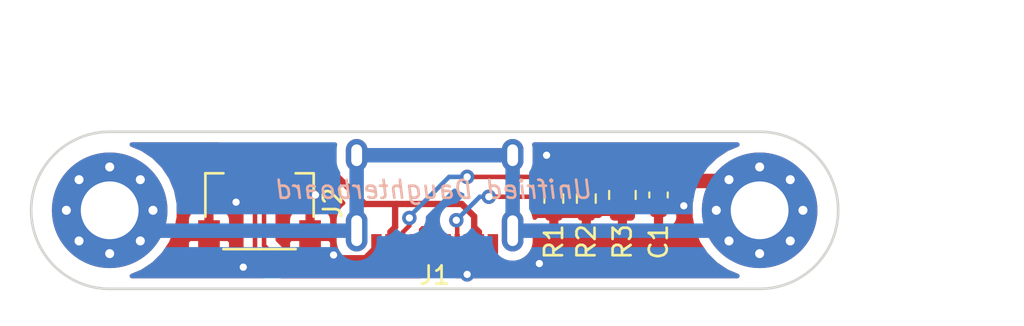
<source format=kicad_pcb>
(kicad_pcb (version 20171130) (host pcbnew 5.1.9)

  (general
    (thickness 1.6)
    (drawings 13)
    (tracks 86)
    (zones 0)
    (modules 8)
    (nets 10)
  )

  (page A4)
  (layers
    (0 F.Cu signal)
    (31 B.Cu signal)
    (32 B.Adhes user)
    (33 F.Adhes user)
    (34 B.Paste user)
    (35 F.Paste user)
    (36 B.SilkS user)
    (37 F.SilkS user)
    (38 B.Mask user)
    (39 F.Mask user)
    (40 Dwgs.User user)
    (41 Cmts.User user)
    (42 Eco1.User user)
    (43 Eco2.User user)
    (44 Edge.Cuts user)
    (45 Margin user)
    (46 B.CrtYd user)
    (47 F.CrtYd user)
    (48 B.Fab user)
    (49 F.Fab user)
  )

  (setup
    (last_trace_width 0.25)
    (user_trace_width 0.5)
    (trace_clearance 0.2)
    (zone_clearance 0.508)
    (zone_45_only no)
    (trace_min 0.2)
    (via_size 0.8)
    (via_drill 0.4)
    (via_min_size 0.4)
    (via_min_drill 0.3)
    (uvia_size 0.3)
    (uvia_drill 0.1)
    (uvias_allowed no)
    (uvia_min_size 0.2)
    (uvia_min_drill 0.1)
    (edge_width 0.15)
    (segment_width 0.0001)
    (pcb_text_width 0.3)
    (pcb_text_size 1.5 1.5)
    (mod_edge_width 0.15)
    (mod_text_size 1 1)
    (mod_text_width 0.15)
    (pad_size 1.2 1.8)
    (pad_drill 0)
    (pad_to_mask_clearance 0)
    (aux_axis_origin 0 0)
    (visible_elements 7FFFFFFF)
    (pcbplotparams
      (layerselection 0x010fc_ffffffff)
      (usegerberextensions true)
      (usegerberattributes false)
      (usegerberadvancedattributes false)
      (creategerberjobfile false)
      (excludeedgelayer true)
      (linewidth 0.100000)
      (plotframeref false)
      (viasonmask false)
      (mode 1)
      (useauxorigin false)
      (hpglpennumber 1)
      (hpglpenspeed 20)
      (hpglpendiameter 15.000000)
      (psnegative false)
      (psa4output false)
      (plotreference true)
      (plotvalue true)
      (plotinvisibletext false)
      (padsonsilk false)
      (subtractmaskfromsilk true)
      (outputformat 1)
      (mirror false)
      (drillshape 0)
      (scaleselection 1)
      (outputdirectory "gerbers"))
  )

  (net 0 "")
  (net 1 D+)
  (net 2 GND)
  (net 3 D-)
  (net 4 VCC)
  (net 5 "Net-(J1-Pad10)")
  (net 6 "Net-(J1-Pad4)")
  (net 7 "Net-(J1-Pad9)")
  (net 8 "Net-(J1-Pad3)")
  (net 9 SHIELD)

  (net_class Default "This is the default net class."
    (clearance 0.2)
    (trace_width 0.25)
    (via_dia 0.8)
    (via_drill 0.4)
    (uvia_dia 0.3)
    (uvia_drill 0.1)
    (diff_pair_width 0.25)
    (diff_pair_gap 0.25)
    (add_net D+)
    (add_net D-)
    (add_net "Net-(J1-Pad10)")
    (add_net "Net-(J1-Pad3)")
    (add_net "Net-(J1-Pad4)")
    (add_net "Net-(J1-Pad9)")
  )

  (net_class Power ""
    (clearance 0.2)
    (trace_width 0.35)
    (via_dia 0.8)
    (via_drill 0.4)
    (uvia_dia 0.3)
    (uvia_drill 0.1)
    (add_net GND)
    (add_net VCC)
  )

  (net_class Shield ""
    (clearance 0.2)
    (trace_width 0.8)
    (via_dia 0.8)
    (via_drill 0.4)
    (uvia_dia 0.3)
    (uvia_drill 0.1)
    (diff_pair_width 0.25)
    (diff_pair_gap 0.25)
    (add_net SHIELD)
  )

  (module Resistor_SMD:R_0603_1608Metric (layer F.Cu) (tedit 5F68FEEE) (tstamp 5FA27231)
    (at 8.4 5 270)
    (descr "Resistor SMD 0603 (1608 Metric), square (rectangular) end terminal, IPC_7351 nominal, (Body size source: IPC-SM-782 page 72, https://www.pcb-3d.com/wordpress/wp-content/uploads/ipc-sm-782a_amendment_1_and_2.pdf), generated with kicad-footprint-generator")
    (tags resistor)
    (path /5C91B0D9)
    (attr smd)
    (fp_text reference R2 (at 2.4 0 90) (layer F.SilkS)
      (effects (font (size 1 1) (thickness 0.15)))
    )
    (fp_text value 5.1k (at 0 1.43 90) (layer F.Fab)
      (effects (font (size 1 1) (thickness 0.15)))
    )
    (fp_line (start 1.48 0.73) (end -1.48 0.73) (layer F.CrtYd) (width 0.05))
    (fp_line (start 1.48 -0.73) (end 1.48 0.73) (layer F.CrtYd) (width 0.05))
    (fp_line (start -1.48 -0.73) (end 1.48 -0.73) (layer F.CrtYd) (width 0.05))
    (fp_line (start -1.48 0.73) (end -1.48 -0.73) (layer F.CrtYd) (width 0.05))
    (fp_line (start -0.237258 0.5225) (end 0.237258 0.5225) (layer F.SilkS) (width 0.12))
    (fp_line (start -0.237258 -0.5225) (end 0.237258 -0.5225) (layer F.SilkS) (width 0.12))
    (fp_line (start 0.8 0.4125) (end -0.8 0.4125) (layer F.Fab) (width 0.1))
    (fp_line (start 0.8 -0.4125) (end 0.8 0.4125) (layer F.Fab) (width 0.1))
    (fp_line (start -0.8 -0.4125) (end 0.8 -0.4125) (layer F.Fab) (width 0.1))
    (fp_line (start -0.8 0.4125) (end -0.8 -0.4125) (layer F.Fab) (width 0.1))
    (fp_text user %R (at 0 0 90) (layer F.Fab)
      (effects (font (size 0.4 0.4) (thickness 0.06)))
    )
    (pad 2 smd roundrect (at 0.825 0 270) (size 0.8 0.95) (layers F.Cu F.Paste F.Mask) (roundrect_rratio 0.25)
      (net 2 GND))
    (pad 1 smd roundrect (at -0.825 0 270) (size 0.8 0.95) (layers F.Cu F.Paste F.Mask) (roundrect_rratio 0.25)
      (net 6 "Net-(J1-Pad4)"))
    (model ${KISYS3DMOD}/Resistor_SMD.3dshapes/R_0603_1608Metric.wrl
      (at (xyz 0 0 0))
      (scale (xyz 1 1 1))
      (rotate (xyz 0 0 0))
    )
  )

  (module Resistor_SMD:R_0603_1608Metric (layer F.Cu) (tedit 5F68FEEE) (tstamp 5C91BA59)
    (at 6.6 5 270)
    (descr "Resistor SMD 0603 (1608 Metric), square (rectangular) end terminal, IPC_7351 nominal, (Body size source: IPC-SM-782 page 72, https://www.pcb-3d.com/wordpress/wp-content/uploads/ipc-sm-782a_amendment_1_and_2.pdf), generated with kicad-footprint-generator")
    (tags resistor)
    (path /5C91B042)
    (attr smd)
    (fp_text reference R1 (at 2.4 0 90) (layer F.SilkS)
      (effects (font (size 1 1) (thickness 0.15)))
    )
    (fp_text value 5.1k (at 0 1.43 90) (layer F.Fab)
      (effects (font (size 1 1) (thickness 0.15)))
    )
    (fp_line (start 1.48 0.73) (end -1.48 0.73) (layer F.CrtYd) (width 0.05))
    (fp_line (start 1.48 -0.73) (end 1.48 0.73) (layer F.CrtYd) (width 0.05))
    (fp_line (start -1.48 -0.73) (end 1.48 -0.73) (layer F.CrtYd) (width 0.05))
    (fp_line (start -1.48 0.73) (end -1.48 -0.73) (layer F.CrtYd) (width 0.05))
    (fp_line (start -0.237258 0.5225) (end 0.237258 0.5225) (layer F.SilkS) (width 0.12))
    (fp_line (start -0.237258 -0.5225) (end 0.237258 -0.5225) (layer F.SilkS) (width 0.12))
    (fp_line (start 0.8 0.4125) (end -0.8 0.4125) (layer F.Fab) (width 0.1))
    (fp_line (start 0.8 -0.4125) (end 0.8 0.4125) (layer F.Fab) (width 0.1))
    (fp_line (start -0.8 -0.4125) (end 0.8 -0.4125) (layer F.Fab) (width 0.1))
    (fp_line (start -0.8 0.4125) (end -0.8 -0.4125) (layer F.Fab) (width 0.1))
    (fp_text user %R (at 0 0 90) (layer F.Fab)
      (effects (font (size 0.4 0.4) (thickness 0.06)))
    )
    (pad 2 smd roundrect (at 0.825 0 270) (size 0.8 0.95) (layers F.Cu F.Paste F.Mask) (roundrect_rratio 0.25)
      (net 2 GND))
    (pad 1 smd roundrect (at -0.825 0 270) (size 0.8 0.95) (layers F.Cu F.Paste F.Mask) (roundrect_rratio 0.25)
      (net 5 "Net-(J1-Pad10)"))
    (model ${KISYS3DMOD}/Resistor_SMD.3dshapes/R_0603_1608Metric.wrl
      (at (xyz 0 0 0))
      (scale (xyz 1 1 1))
      (rotate (xyz 0 0 0))
    )
  )

  (module Type-C:HRO-TYPE-C-31-M-12-jlc (layer F.Cu) (tedit 5EF29A95) (tstamp 5C91CAB6)
    (at 0 0 180)
    (path /5C91AF59)
    (attr smd)
    (fp_text reference J1 (at 0 -9.25) (layer F.SilkS)
      (effects (font (size 1 1) (thickness 0.15)))
    )
    (fp_text value HRO-TYPE-C-31-M-12 (at 0 1.15) (layer Dwgs.User)
      (effects (font (size 1 1) (thickness 0.15)))
    )
    (fp_line (start -4.47 0) (end 4.47 0) (layer Dwgs.User) (width 0.15))
    (fp_line (start -4.47 0) (end -4.47 -7.3) (layer Dwgs.User) (width 0.15))
    (fp_line (start 4.47 0) (end 4.47 -7.3) (layer Dwgs.User) (width 0.15))
    (fp_line (start -4.47 -7.3) (end 4.47 -7.3) (layer Dwgs.User) (width 0.15))
    (pad 12 smd rect (at 3.225 -7.695 180) (size 0.575 1.45) (layers F.Cu F.Paste F.Mask)
      (net 2 GND))
    (pad 1 smd rect (at -3.225 -7.695 180) (size 0.575 1.45) (layers F.Cu F.Paste F.Mask)
      (net 2 GND))
    (pad 11 smd rect (at 2.45 -7.695 180) (size 0.575 1.45) (layers F.Cu F.Paste F.Mask)
      (net 4 VCC))
    (pad 2 smd rect (at -2.45 -7.695 180) (size 0.575 1.45) (layers F.Cu F.Paste F.Mask)
      (net 4 VCC))
    (pad 3 smd rect (at -1.75 -7.695 180) (size 0.3 1.45) (layers F.Cu F.Paste F.Mask)
      (net 8 "Net-(J1-Pad3)"))
    (pad 10 smd rect (at 1.75 -7.695 180) (size 0.3 1.45) (layers F.Cu F.Paste F.Mask)
      (net 5 "Net-(J1-Pad10)"))
    (pad 4 smd rect (at -1.25 -7.695 180) (size 0.3 1.45) (layers F.Cu F.Paste F.Mask)
      (net 6 "Net-(J1-Pad4)"))
    (pad 9 smd rect (at 1.25 -7.695 180) (size 0.3 1.45) (layers F.Cu F.Paste F.Mask)
      (net 7 "Net-(J1-Pad9)"))
    (pad 5 smd rect (at -0.75 -7.695 180) (size 0.3 1.45) (layers F.Cu F.Paste F.Mask)
      (net 3 D-))
    (pad 8 smd rect (at 0.75 -7.695 180) (size 0.3 1.45) (layers F.Cu F.Paste F.Mask)
      (net 1 D+))
    (pad 7 smd rect (at 0.25 -7.695 180) (size 0.3 1.45) (layers F.Cu F.Paste F.Mask)
      (net 3 D-))
    (pad 6 smd rect (at -0.25 -7.695 180) (size 0.3 1.45) (layers F.Cu F.Paste F.Mask)
      (net 1 D+))
    (pad "" np_thru_hole circle (at 2.89 -6.25 180) (size 0.65 0.65) (drill 0.65) (layers *.Cu *.Mask))
    (pad "" np_thru_hole circle (at -2.89 -6.25 180) (size 0.65 0.65) (drill 0.65) (layers *.Cu *.Mask))
    (pad 13 thru_hole oval (at -4.32 -6.78 180) (size 1.2 2.3) (drill oval 0.6 1.7) (layers *.Cu *.Mask)
      (net 9 SHIELD))
    (pad 13 thru_hole oval (at 4.32 -6.78 180) (size 1.2 2.3) (drill oval 0.6 1.7) (layers *.Cu *.Mask)
      (net 9 SHIELD))
    (pad 13 thru_hole oval (at -4.32 -2.6 180) (size 1.2 1.8) (drill oval 0.6 1.2) (layers *.Cu *.Mask)
      (net 9 SHIELD))
    (pad 13 thru_hole oval (at 4.32 -2.6 180) (size 1.2 1.8) (drill oval 0.6 1.2) (layers *.Cu *.Mask)
      (net 9 SHIELD))
    (model ${KIPRJMOD}/Type-C.pretty/HRO-TYPE-C-31-M-12.step
      (offset (xyz -4.47 0 0))
      (scale (xyz 1 1 1))
      (rotate (xyz 90 180 180))
    )
  )

  (module MountingHole:MountingHole_3.2mm_M3_Pad_Via (layer F.Cu) (tedit 56DDBCCA) (tstamp 5C91B700)
    (at 18 5.65)
    (descr "Mounting Hole 3.2mm, M3")
    (tags "mounting hole 3.2mm m3")
    (path /5C91EC94)
    (attr virtual)
    (fp_text reference MH2 (at 0 -4.2) (layer F.SilkS) hide
      (effects (font (size 1 1) (thickness 0.15)))
    )
    (fp_text value Mount-M2 (at 0 4.2) (layer F.Fab)
      (effects (font (size 1 1) (thickness 0.15)))
    )
    (fp_circle (center 0 0) (end 3.2 0) (layer Cmts.User) (width 0.15))
    (fp_circle (center 0 0) (end 3.45 0) (layer F.CrtYd) (width 0.05))
    (fp_text user %R (at 0.3 0) (layer F.Fab)
      (effects (font (size 1 1) (thickness 0.15)))
    )
    (pad 1 thru_hole circle (at 1.697056 -1.697056) (size 0.8 0.8) (drill 0.5) (layers *.Cu *.Mask)
      (net 9 SHIELD))
    (pad 1 thru_hole circle (at 0 -2.4) (size 0.8 0.8) (drill 0.5) (layers *.Cu *.Mask)
      (net 9 SHIELD))
    (pad 1 thru_hole circle (at -1.697056 -1.697056) (size 0.8 0.8) (drill 0.5) (layers *.Cu *.Mask)
      (net 9 SHIELD))
    (pad 1 thru_hole circle (at -2.4 0) (size 0.8 0.8) (drill 0.5) (layers *.Cu *.Mask)
      (net 9 SHIELD))
    (pad 1 thru_hole circle (at -1.697056 1.697056) (size 0.8 0.8) (drill 0.5) (layers *.Cu *.Mask)
      (net 9 SHIELD))
    (pad 1 thru_hole circle (at 0 2.4) (size 0.8 0.8) (drill 0.5) (layers *.Cu *.Mask)
      (net 9 SHIELD))
    (pad 1 thru_hole circle (at 1.697056 1.697056) (size 0.8 0.8) (drill 0.5) (layers *.Cu *.Mask)
      (net 9 SHIELD))
    (pad 1 thru_hole circle (at 2.4 0) (size 0.8 0.8) (drill 0.5) (layers *.Cu *.Mask)
      (net 9 SHIELD))
    (pad 1 thru_hole circle (at 0 0) (size 6.4 6.4) (drill 3.2) (layers *.Cu *.Mask)
      (net 9 SHIELD))
  )

  (module MountingHole:MountingHole_3.2mm_M3_Pad_Via (layer F.Cu) (tedit 56DDBCCA) (tstamp 5FA20BAA)
    (at -18 5.65)
    (descr "Mounting Hole 3.2mm, M3")
    (tags "mounting hole 3.2mm m3")
    (path /5C91EC0E)
    (attr virtual)
    (fp_text reference MH1 (at 0 -4.2) (layer F.SilkS) hide
      (effects (font (size 1 1) (thickness 0.15)))
    )
    (fp_text value Mount-M2 (at 0 4.2) (layer F.Fab)
      (effects (font (size 1 1) (thickness 0.15)))
    )
    (fp_circle (center 0 0) (end 3.2 0) (layer Cmts.User) (width 0.15))
    (fp_circle (center 0 0) (end 3.45 0) (layer F.CrtYd) (width 0.05))
    (fp_text user %R (at 0.3 0) (layer F.Fab)
      (effects (font (size 1 1) (thickness 0.15)))
    )
    (pad 1 thru_hole circle (at 1.697056 -1.697056) (size 0.8 0.8) (drill 0.5) (layers *.Cu *.Mask)
      (net 9 SHIELD))
    (pad 1 thru_hole circle (at 0 -2.4) (size 0.8 0.8) (drill 0.5) (layers *.Cu *.Mask)
      (net 9 SHIELD))
    (pad 1 thru_hole circle (at -1.697056 -1.697056) (size 0.8 0.8) (drill 0.5) (layers *.Cu *.Mask)
      (net 9 SHIELD))
    (pad 1 thru_hole circle (at -2.4 0) (size 0.8 0.8) (drill 0.5) (layers *.Cu *.Mask)
      (net 9 SHIELD))
    (pad 1 thru_hole circle (at -1.697056 1.697056) (size 0.8 0.8) (drill 0.5) (layers *.Cu *.Mask)
      (net 9 SHIELD))
    (pad 1 thru_hole circle (at 0 2.4) (size 0.8 0.8) (drill 0.5) (layers *.Cu *.Mask)
      (net 9 SHIELD))
    (pad 1 thru_hole circle (at 1.697056 1.697056) (size 0.8 0.8) (drill 0.5) (layers *.Cu *.Mask)
      (net 9 SHIELD))
    (pad 1 thru_hole circle (at 2.4 0) (size 0.8 0.8) (drill 0.5) (layers *.Cu *.Mask)
      (net 9 SHIELD))
    (pad 1 thru_hole circle (at 0 0) (size 6.4 6.4) (drill 3.2) (layers *.Cu *.Mask)
      (net 9 SHIELD))
  )

  (module Resistor_SMD:R_0805_2012Metric (layer F.Cu) (tedit 5F68FEEE) (tstamp 5FA273C5)
    (at 10.4 4.8 90)
    (descr "Resistor SMD 0805 (2012 Metric), square (rectangular) end terminal, IPC_7351 nominal, (Body size source: IPC-SM-782 page 72, https://www.pcb-3d.com/wordpress/wp-content/uploads/ipc-sm-782a_amendment_1_and_2.pdf), generated with kicad-footprint-generator")
    (tags resistor)
    (path /5FA116CB)
    (attr smd)
    (fp_text reference R3 (at -2.6 0 90) (layer F.SilkS)
      (effects (font (size 1 1) (thickness 0.15)))
    )
    (fp_text value 1M (at 0 1.65 90) (layer F.Fab)
      (effects (font (size 1 1) (thickness 0.15)))
    )
    (fp_line (start 1.68 0.95) (end -1.68 0.95) (layer F.CrtYd) (width 0.05))
    (fp_line (start 1.68 -0.95) (end 1.68 0.95) (layer F.CrtYd) (width 0.05))
    (fp_line (start -1.68 -0.95) (end 1.68 -0.95) (layer F.CrtYd) (width 0.05))
    (fp_line (start -1.68 0.95) (end -1.68 -0.95) (layer F.CrtYd) (width 0.05))
    (fp_line (start -0.227064 0.735) (end 0.227064 0.735) (layer F.SilkS) (width 0.12))
    (fp_line (start -0.227064 -0.735) (end 0.227064 -0.735) (layer F.SilkS) (width 0.12))
    (fp_line (start 1 0.625) (end -1 0.625) (layer F.Fab) (width 0.1))
    (fp_line (start 1 -0.625) (end 1 0.625) (layer F.Fab) (width 0.1))
    (fp_line (start -1 -0.625) (end 1 -0.625) (layer F.Fab) (width 0.1))
    (fp_line (start -1 0.625) (end -1 -0.625) (layer F.Fab) (width 0.1))
    (fp_text user %R (at 0 0 90) (layer F.Fab)
      (effects (font (size 0.5 0.5) (thickness 0.08)))
    )
    (pad 2 smd roundrect (at 0.9125 0 90) (size 1.025 1.4) (layers F.Cu F.Paste F.Mask) (roundrect_rratio 0.2439014634146341)
      (net 9 SHIELD))
    (pad 1 smd roundrect (at -0.9125 0 90) (size 1.025 1.4) (layers F.Cu F.Paste F.Mask) (roundrect_rratio 0.2439014634146341)
      (net 2 GND))
    (model ${KISYS3DMOD}/Resistor_SMD.3dshapes/R_0805_2012Metric.wrl
      (at (xyz 0 0 0))
      (scale (xyz 1 1 1))
      (rotate (xyz 0 0 0))
    )
  )

  (module Capacitor_SMD:C_0603_1608Metric (layer F.Cu) (tedit 5F68FEEE) (tstamp 5FA0FBCA)
    (at 12.4 4.8 90)
    (descr "Capacitor SMD 0603 (1608 Metric), square (rectangular) end terminal, IPC_7351 nominal, (Body size source: IPC-SM-782 page 76, https://www.pcb-3d.com/wordpress/wp-content/uploads/ipc-sm-782a_amendment_1_and_2.pdf), generated with kicad-footprint-generator")
    (tags capacitor)
    (path /5FA11BA2)
    (attr smd)
    (fp_text reference C1 (at -2.6 0 90) (layer F.SilkS)
      (effects (font (size 1 1) (thickness 0.15)))
    )
    (fp_text value 4.7n (at 0 1.43 90) (layer F.Fab)
      (effects (font (size 1 1) (thickness 0.15)))
    )
    (fp_line (start 1.48 0.73) (end -1.48 0.73) (layer F.CrtYd) (width 0.05))
    (fp_line (start 1.48 -0.73) (end 1.48 0.73) (layer F.CrtYd) (width 0.05))
    (fp_line (start -1.48 -0.73) (end 1.48 -0.73) (layer F.CrtYd) (width 0.05))
    (fp_line (start -1.48 0.73) (end -1.48 -0.73) (layer F.CrtYd) (width 0.05))
    (fp_line (start -0.14058 0.51) (end 0.14058 0.51) (layer F.SilkS) (width 0.12))
    (fp_line (start -0.14058 -0.51) (end 0.14058 -0.51) (layer F.SilkS) (width 0.12))
    (fp_line (start 0.8 0.4) (end -0.8 0.4) (layer F.Fab) (width 0.1))
    (fp_line (start 0.8 -0.4) (end 0.8 0.4) (layer F.Fab) (width 0.1))
    (fp_line (start -0.8 -0.4) (end 0.8 -0.4) (layer F.Fab) (width 0.1))
    (fp_line (start -0.8 0.4) (end -0.8 -0.4) (layer F.Fab) (width 0.1))
    (fp_text user %R (at 0 0 90) (layer F.Fab)
      (effects (font (size 0.4 0.4) (thickness 0.06)))
    )
    (pad 2 smd roundrect (at 0.775 0 90) (size 0.9 0.95) (layers F.Cu F.Paste F.Mask) (roundrect_rratio 0.25)
      (net 9 SHIELD))
    (pad 1 smd roundrect (at -0.775 0 90) (size 0.9 0.95) (layers F.Cu F.Paste F.Mask) (roundrect_rratio 0.25)
      (net 2 GND))
    (model ${KISYS3DMOD}/Capacitor_SMD.3dshapes/C_0603_1608Metric.wrl
      (at (xyz 0 0 0))
      (scale (xyz 1 1 1))
      (rotate (xyz 0 0 0))
    )
  )

  (module random-keyboard-parts:JST-SR-4 (layer F.Cu) (tedit 5FA4EF55) (tstamp 5C91C18E)
    (at -9.7 8)
    (path /5C91AFCB)
    (attr smd)
    (fp_text reference J2 (at 4.053 -2.75 270) (layer F.SilkS)
      (effects (font (size 1 1) (thickness 0.15)))
    )
    (fp_text value Conn_01x04 (at 0 1) (layer F.Fab)
      (effects (font (size 1 1) (thickness 0.15)))
    )
    (fp_line (start -3 -4.4) (end -2 -4.4) (layer F.SilkS) (width 0.15))
    (fp_line (start -3 -2) (end -3 -4.4) (layer F.SilkS) (width 0.15))
    (fp_line (start 2 -0.2) (end -2 -0.2) (layer F.SilkS) (width 0.15))
    (fp_line (start 3 -4.4) (end 3 -2) (layer F.SilkS) (width 0.15))
    (fp_line (start 2 -4.4) (end 3 -4.4) (layer F.SilkS) (width 0.15))
    (fp_line (start 3 -4.4) (end 3 -0.2) (layer B.CrtYd) (width 0.15))
    (fp_line (start -3 -4.4) (end 3 -4.4) (layer B.CrtYd) (width 0.15))
    (fp_line (start -3 -0.2) (end -3 -4.4) (layer B.CrtYd) (width 0.15))
    (fp_line (start 3 -0.2) (end -3 -0.2) (layer B.CrtYd) (width 0.15))
    (pad 3 smd rect (at 0.5 -4.775) (size 0.6 1.55) (layers F.Cu F.Paste F.Mask)
      (net 1 D+))
    (pad 4 smd rect (at 1.5 -4.775) (size 0.6 1.55) (layers F.Cu F.Paste F.Mask)
      (net 2 GND))
    (pad 2 smd rect (at -0.5 -4.775) (size 0.6 1.55) (layers F.Cu F.Paste F.Mask)
      (net 3 D-))
    (pad 1 smd rect (at -1.5 -4.775) (size 0.6 1.55) (layers F.Cu F.Paste F.Mask)
      (net 4 VCC))
    (pad MP smd rect (at -2.8 -0.9) (size 1.2 1.8) (layers F.Cu F.Paste F.Mask)
      (net 2 GND))
    (pad MP smd rect (at 2.8 -0.9) (size 1.2 1.8) (layers F.Cu F.Paste F.Mask)
      (net 2 GND))
    (model ${KIPRJMOD}/random-keyboard-parts.pretty/JST-SR-4.step
      (at (xyz 0 0 0))
      (scale (xyz 1 1 1))
      (rotate (xyz -90 0 0))
    )
  )

  (gr_line (start -24 5.65) (end -18 5.65) (layer Eco2.User) (width 0.15))
  (gr_line (start 24 5.65) (end 18 5.65) (layer Eco2.User) (width 0.15))
  (gr_line (start 15 12) (end 15 8) (layer Eco1.User) (width 0.15))
  (gr_line (start 15 -1) (end 15 3) (layer Eco1.User) (width 0.15))
  (gr_line (start -15 12) (end -15 9) (layer Eco1.User) (width 0.15))
  (gr_line (start -15 -1) (end -15 3) (layer Eco1.User) (width 0.15))
  (gr_text "Unifried Daughterboard" (at 0 4.5) (layer B.SilkS)
    (effects (font (size 1 1) (thickness 0.15) italic) (justify mirror))
  )
  (dimension 44.8 (width 0.15) (layer Eco1.User)
    (gr_text "44.800 mm" (at 0 -5.3) (layer Eco1.User)
      (effects (font (size 1 1) (thickness 0.15)))
    )
    (feature1 (pts (xy 22.4 5.6) (xy 22.4 -4.586421)))
    (feature2 (pts (xy -22.4 5.6) (xy -22.4 -4.586421)))
    (crossbar (pts (xy -22.4 -4) (xy 22.4 -4)))
    (arrow1a (pts (xy 22.4 -4) (xy 21.273496 -3.413579)))
    (arrow1b (pts (xy 22.4 -4) (xy 21.273496 -4.586421)))
    (arrow2a (pts (xy -22.4 -4) (xy -21.273496 -3.413579)))
    (arrow2b (pts (xy -22.4 -4) (xy -21.273496 -4.586421)))
  )
  (dimension 8.7 (width 0.15) (layer Eco1.User)
    (gr_text "8.700 mm" (at 31.293495 5.65 270) (layer Eco1.User)
      (effects (font (size 1 1) (thickness 0.15)))
    )
    (feature1 (pts (xy 18 10) (xy 30.579916 10)))
    (feature2 (pts (xy 18 1.3) (xy 30.579916 1.3)))
    (crossbar (pts (xy 29.993495 1.3) (xy 29.993495 10)))
    (arrow1a (pts (xy 29.993495 10) (xy 29.407074 8.873496)))
    (arrow1b (pts (xy 29.993495 10) (xy 30.579916 8.873496)))
    (arrow2a (pts (xy 29.993495 1.3) (xy 29.407074 2.426504)))
    (arrow2b (pts (xy 29.993495 1.3) (xy 30.579916 2.426504)))
  )
  (gr_arc (start -18 5.65) (end -18 1.3) (angle -180) (layer Edge.Cuts) (width 0.15))
  (gr_arc (start 18 5.65) (end 18 10) (angle -180) (layer Edge.Cuts) (width 0.15))
  (gr_line (start -18 10) (end 18 10) (layer Edge.Cuts) (width 0.15))
  (gr_line (start -18 1.3) (end 18 1.3) (layer Edge.Cuts) (width 0.15))

  (segment (start 0.25 6.734998) (end 0.25 7.695) (width 0.25) (layer F.Cu) (net 1))
  (segment (start 0.160001 6.644999) (end 0.25 6.734998) (width 0.25) (layer F.Cu) (net 1))
  (segment (start -0.660001 6.644999) (end 0.160001 6.644999) (width 0.25) (layer F.Cu) (net 1))
  (segment (start -0.75 6.734998) (end -0.660001 6.644999) (width 0.25) (layer F.Cu) (net 1))
  (segment (start -0.75 7.695) (end -0.75 6.734998) (width 0.25) (layer F.Cu) (net 1))
  (segment (start -9.2 4.25) (end -9.2 3.225) (width 0.25) (layer F.Cu) (net 1))
  (segment (start -9.45 4.5) (end -9.2 4.25) (width 0.25) (layer F.Cu) (net 1))
  (segment (start -9.45 7.596446) (end -9.45 4.5) (width 0.25) (layer F.Cu) (net 1))
  (segment (start -8.196446 8.85) (end -9.45 7.596446) (width 0.25) (layer F.Cu) (net 1))
  (segment (start -0.98641 8.85) (end -8.196446 8.85) (width 0.25) (layer F.Cu) (net 1))
  (segment (start -0.75 8.61359) (end -0.98641 8.85) (width 0.25) (layer F.Cu) (net 1))
  (segment (start -0.75 7.695) (end -0.75 8.61359) (width 0.25) (layer F.Cu) (net 1))
  (via (at -6.6 4.8) (size 0.8) (drill 0.4) (layers F.Cu B.Cu) (net 2))
  (via (at 1.8 9.2) (size 0.8) (drill 0.4) (layers F.Cu B.Cu) (net 2))
  (segment (start 2.795 9.2) (end 1.8 9.2) (width 0.35) (layer F.Cu) (net 2))
  (segment (start 3.225 8.77) (end 2.795 9.2) (width 0.35) (layer F.Cu) (net 2))
  (segment (start 3.225 7.695) (end 3.225 8.77) (width 0.35) (layer F.Cu) (net 2))
  (via (at 13.8 5.4) (size 0.8) (drill 0.4) (layers F.Cu B.Cu) (net 2))
  (via (at 6.2 2.6) (size 0.8) (drill 0.4) (layers F.Cu B.Cu) (net 2))
  (via (at -11 5.2) (size 0.8) (drill 0.4) (layers F.Cu B.Cu) (net 2))
  (via (at -10.6 8.8) (size 0.8) (drill 0.4) (layers F.Cu B.Cu) (net 2))
  (via (at 5.8 8.6) (size 0.8) (drill 0.4) (layers F.Cu B.Cu) (net 2))
  (segment (start -3.225 7.695) (end -3.83501 8.30501) (width 0.35) (layer F.Cu) (net 2))
  (segment (start -3.83501 8.30501) (end -5.41998 8.30501) (width 0.35) (layer F.Cu) (net 2))
  (via (at -5.6 8.12499) (size 0.8) (drill 0.4) (layers F.Cu B.Cu) (net 2))
  (segment (start -5.41998 8.30501) (end -5.6 8.12499) (width 0.35) (layer F.Cu) (net 2))
  (segment (start 0.75 8.655002) (end 0.75 7.695) (width 0.25) (layer F.Cu) (net 3))
  (segment (start 0.660001 8.745001) (end 0.75 8.655002) (width 0.25) (layer F.Cu) (net 3))
  (segment (start -0.160001 8.745001) (end 0.660001 8.745001) (width 0.25) (layer F.Cu) (net 3))
  (segment (start -0.25 8.655002) (end -0.160001 8.745001) (width 0.25) (layer F.Cu) (net 3))
  (segment (start -0.25 7.695) (end -0.25 8.655002) (width 0.25) (layer F.Cu) (net 3))
  (segment (start -10.2 4.387501) (end -10.2 3.225) (width 0.25) (layer F.Cu) (net 3))
  (segment (start -9.95 4.637501) (end -10.2 4.387501) (width 0.25) (layer F.Cu) (net 3))
  (segment (start -9.95 7.803554) (end -9.95 4.637501) (width 0.25) (layer F.Cu) (net 3))
  (segment (start -8.453554 9.3) (end -9.95 7.803554) (width 0.25) (layer F.Cu) (net 3))
  (segment (start -0.8 9.3) (end -8.453554 9.3) (width 0.25) (layer F.Cu) (net 3))
  (segment (start -0.25 8.75) (end -0.8 9.3) (width 0.25) (layer F.Cu) (net 3))
  (segment (start -0.25 7.695) (end -0.25 8.75) (width 0.25) (layer F.Cu) (net 3))
  (segment (start 2.189999 5.989999) (end 2.189999 6.586001) (width 0.35) (layer F.Cu) (net 4))
  (segment (start 2.189999 6.586001) (end 2.45 6.846002) (width 0.35) (layer F.Cu) (net 4))
  (segment (start 2.45 6.846002) (end 2.45 7.695) (width 0.35) (layer F.Cu) (net 4))
  (segment (start 1.5 5.3) (end 2.189999 5.989999) (width 0.35) (layer F.Cu) (net 4))
  (segment (start -1.5 5.3) (end 1.5 5.3) (width 0.35) (layer F.Cu) (net 4))
  (segment (start -2.189999 5.389999) (end -2.1 5.3) (width 0.35) (layer F.Cu) (net 4))
  (segment (start -2.1 5.3) (end -1.5 5.3) (width 0.35) (layer F.Cu) (net 4))
  (segment (start -2.45 7.695) (end -2.45 6.846002) (width 0.35) (layer F.Cu) (net 4))
  (segment (start -2.45 6.846002) (end -2.189999 6.586001) (width 0.35) (layer F.Cu) (net 4))
  (segment (start -2.189999 6.586001) (end -2.189999 5.389999) (width 0.35) (layer F.Cu) (net 4))
  (segment (start -7.096129 2.074999) (end -3.871128 5.3) (width 0.35) (layer F.Cu) (net 4))
  (segment (start -10.725001 2.074999) (end -7.096129 2.074999) (width 0.35) (layer F.Cu) (net 4))
  (segment (start -3.871128 5.3) (end -2.1 5.3) (width 0.35) (layer F.Cu) (net 4))
  (segment (start -11.2 3.225) (end -11.2 2.549998) (width 0.35) (layer F.Cu) (net 4))
  (segment (start -11.2 2.549998) (end -10.725001 2.074999) (width 0.35) (layer F.Cu) (net 4))
  (via (at -1.4 6.075) (size 0.8) (drill 0.4) (layers F.Cu B.Cu) (net 5))
  (segment (start -1.4 6.503122) (end -1.4 6.075) (width 0.25) (layer F.Cu) (net 5))
  (segment (start -1.75 7.695) (end -1.75 6.853122) (width 0.25) (layer F.Cu) (net 5))
  (segment (start -1.75 6.853122) (end -1.4 6.503122) (width 0.25) (layer F.Cu) (net 5))
  (via (at 1.8 3.8) (size 0.8) (drill 0.4) (layers F.Cu B.Cu) (net 5))
  (segment (start 0.8 3.8) (end 1.8 3.8) (width 0.25) (layer B.Cu) (net 5))
  (segment (start -1.4 6.075) (end -1.4 6) (width 0.25) (layer B.Cu) (net 5))
  (segment (start -1.4 6) (end 0.8 3.8) (width 0.25) (layer B.Cu) (net 5))
  (segment (start 6.225 3.8) (end 6.6 4.175) (width 0.25) (layer F.Cu) (net 5))
  (segment (start 3.911839 3.8) (end 3.936849 3.82501) (width 0.25) (layer F.Cu) (net 5))
  (segment (start 1.8 3.8) (end 3.911839 3.8) (width 0.25) (layer F.Cu) (net 5))
  (segment (start 3.936849 3.82501) (end 4.703151 3.82501) (width 0.25) (layer F.Cu) (net 5))
  (segment (start 4.703151 3.82501) (end 4.728161 3.8) (width 0.25) (layer F.Cu) (net 5))
  (segment (start 4.728161 3.8) (end 6.225 3.8) (width 0.25) (layer F.Cu) (net 5))
  (segment (start 1.25 7.695) (end 1.25 6.25) (width 0.25) (layer F.Cu) (net 6))
  (via (at 1.2 6.2) (size 0.8) (drill 0.4) (layers F.Cu B.Cu) (net 6))
  (segment (start 1.25 6.25) (end 1.2 6.2) (width 0.25) (layer F.Cu) (net 6))
  (via (at 3 4.9) (size 0.8) (drill 0.4) (layers F.Cu B.Cu) (net 6))
  (segment (start 7.675 4.9) (end 8.4 4.175) (width 0.25) (layer F.Cu) (net 6))
  (segment (start 3 4.9) (end 7.675 4.9) (width 0.25) (layer F.Cu) (net 6))
  (segment (start 2.5 4.9) (end 3 4.9) (width 0.25) (layer B.Cu) (net 6))
  (segment (start 1.2 6.2) (end 2.5 4.9) (width 0.25) (layer B.Cu) (net 6))
  (segment (start -4.32 6.78) (end -4.32 2.6) (width 0.8) (layer B.Cu) (net 9))
  (segment (start -4.32 2.6) (end 4.32 2.6) (width 0.8) (layer B.Cu) (net 9))
  (segment (start 4.32 2.6) (end 4.32 6.78) (width 0.8) (layer B.Cu) (net 9))
  (segment (start 16.87 6.78) (end 18 5.65) (width 0.8) (layer B.Cu) (net 9))
  (segment (start 4.32 6.78) (end 16.87 6.78) (width 0.8) (layer B.Cu) (net 9))
  (segment (start -16.87 6.78) (end -18 5.65) (width 0.8) (layer B.Cu) (net 9))
  (segment (start -4.32 6.78) (end -16.87 6.78) (width 0.8) (layer B.Cu) (net 9))
  (segment (start 12.2625 3.8875) (end 12.4 4.025) (width 0.8) (layer F.Cu) (net 9))
  (segment (start 10.4 3.8875) (end 12.2625 3.8875) (width 0.8) (layer F.Cu) (net 9))
  (segment (start 16.375 4.025) (end 18 5.65) (width 0.8) (layer F.Cu) (net 9))
  (segment (start 12.4 4.025) (end 16.375 4.025) (width 0.8) (layer F.Cu) (net 9))

  (zone (net 2) (net_name GND) (layer F.Cu) (tstamp 5FB4A166) (hatch edge 0.508)
    (connect_pads (clearance 0.508))
    (min_thickness 0.254)
    (fill yes (arc_segments 32) (thermal_gap 0.508) (thermal_bridge_width 0.508))
    (polygon
      (pts
        (xy 22 10) (xy -22 10) (xy -22 1) (xy 22 1)
      )
    )
    (filled_polygon
      (pts
        (xy -12.030537 2.095506) (xy -12.089502 2.20582) (xy -12.125812 2.325518) (xy -12.138072 2.45) (xy -12.138072 4)
        (xy -12.125812 4.124482) (xy -12.089502 4.24418) (xy -12.030537 4.354494) (xy -11.951185 4.451185) (xy -11.854494 4.530537)
        (xy -11.74418 4.589502) (xy -11.624482 4.625812) (xy -11.5 4.638072) (xy -10.918188 4.638072) (xy -10.907345 4.673815)
        (xy -10.905546 4.679747) (xy -10.834974 4.811777) (xy -10.795165 4.860284) (xy -10.740001 4.927502) (xy -10.710998 4.951304)
        (xy -10.709999 4.952303) (xy -10.71 7.766231) (xy -10.713676 7.803554) (xy -10.71 7.840876) (xy -10.71 7.840886)
        (xy -10.699003 7.952539) (xy -10.659855 8.081595) (xy -10.655546 8.0958) (xy -10.584974 8.22783) (xy -10.549932 8.270528)
        (xy -10.490001 8.343555) (xy -10.460997 8.367358) (xy -9.538356 9.29) (xy -16.7664 9.29) (xy -16.183446 9.048533)
        (xy -15.55533 8.628839) (xy -15.021161 8.09467) (xy -14.957905 8) (xy -13.738072 8) (xy -13.725812 8.124482)
        (xy -13.689502 8.24418) (xy -13.630537 8.354494) (xy -13.551185 8.451185) (xy -13.454494 8.530537) (xy -13.34418 8.589502)
        (xy -13.224482 8.625812) (xy -13.1 8.638072) (xy -12.78575 8.635) (xy -12.627 8.47625) (xy -12.627 7.227)
        (xy -12.373 7.227) (xy -12.373 8.47625) (xy -12.21425 8.635) (xy -11.9 8.638072) (xy -11.775518 8.625812)
        (xy -11.65582 8.589502) (xy -11.545506 8.530537) (xy -11.448815 8.451185) (xy -11.369463 8.354494) (xy -11.310498 8.24418)
        (xy -11.274188 8.124482) (xy -11.261928 8) (xy -11.265 7.38575) (xy -11.42375 7.227) (xy -12.373 7.227)
        (xy -12.627 7.227) (xy -13.57625 7.227) (xy -13.735 7.38575) (xy -13.738072 8) (xy -14.957905 8)
        (xy -14.601467 7.466554) (xy -14.312377 6.768628) (xy -14.19927 6.2) (xy -13.738072 6.2) (xy -13.735 6.81425)
        (xy -13.57625 6.973) (xy -12.627 6.973) (xy -12.627 5.72375) (xy -12.373 5.72375) (xy -12.373 6.973)
        (xy -11.42375 6.973) (xy -11.265 6.81425) (xy -11.261928 6.2) (xy -11.274188 6.075518) (xy -11.310498 5.95582)
        (xy -11.369463 5.845506) (xy -11.448815 5.748815) (xy -11.545506 5.669463) (xy -11.65582 5.610498) (xy -11.775518 5.574188)
        (xy -11.9 5.561928) (xy -12.21425 5.565) (xy -12.373 5.72375) (xy -12.627 5.72375) (xy -12.78575 5.565)
        (xy -13.1 5.561928) (xy -13.224482 5.574188) (xy -13.34418 5.610498) (xy -13.454494 5.669463) (xy -13.551185 5.748815)
        (xy -13.630537 5.845506) (xy -13.689502 5.95582) (xy -13.725812 6.075518) (xy -13.738072 6.2) (xy -14.19927 6.2)
        (xy -14.165 6.027715) (xy -14.165 5.272285) (xy -14.312377 4.531372) (xy -14.601467 3.833446) (xy -15.021161 3.20533)
        (xy -15.55533 2.671161) (xy -16.183446 2.251467) (xy -16.7664 2.01) (xy -11.960364 2.01)
      )
    )
    (filled_polygon
      (pts
        (xy 14.165 5.272285) (xy 14.165 6.027715) (xy 14.312377 6.768628) (xy 14.601467 7.466554) (xy 15.021161 8.09467)
        (xy 15.55533 8.628839) (xy 16.183446 9.048533) (xy 16.7664 9.29) (xy 1.193912 9.29) (xy 1.200002 9.285002)
        (xy 1.223805 9.255998) (xy 1.260998 9.218805) (xy 1.290001 9.195003) (xy 1.384974 9.079278) (xy 1.396309 9.058072)
        (xy 1.4 9.058072) (xy 1.5 9.048223) (xy 1.6 9.058072) (xy 1.9 9.058072) (xy 2.024482 9.045812)
        (xy 2.03125 9.043759) (xy 2.038018 9.045812) (xy 2.1625 9.058072) (xy 2.7375 9.058072) (xy 2.8375 9.048223)
        (xy 2.9375 9.058072) (xy 2.93925 9.055) (xy 2.988271 9.005979) (xy 3.091994 8.950537) (xy 3.188685 8.871185)
        (xy 3.268037 8.774494) (xy 3.327002 8.66418) (xy 3.352 8.581773) (xy 3.352 8.89625) (xy 3.51075 9.055)
        (xy 3.5125 9.058072) (xy 3.636982 9.045812) (xy 3.75668 9.009502) (xy 3.866994 8.950537) (xy 3.963685 8.871185)
        (xy 4.043037 8.774494) (xy 4.102002 8.66418) (xy 4.135779 8.552831) (xy 4.32 8.570975) (xy 4.562101 8.54713)
        (xy 4.7949 8.476511) (xy 5.009448 8.361833) (xy 5.197502 8.207502) (xy 5.351833 8.019449) (xy 5.466511 7.804901)
        (xy 5.53713 7.572102) (xy 5.555 7.390665) (xy 5.555 6.505665) (xy 5.594463 6.579494) (xy 5.673815 6.676185)
        (xy 5.770506 6.755537) (xy 5.88082 6.814502) (xy 6.000518 6.850812) (xy 6.125 6.863072) (xy 6.31425 6.86)
        (xy 6.473 6.70125) (xy 6.473 5.952) (xy 6.727 5.952) (xy 6.727 6.70125) (xy 6.88575 6.86)
        (xy 7.075 6.863072) (xy 7.199482 6.850812) (xy 7.31918 6.814502) (xy 7.429494 6.755537) (xy 7.5 6.697674)
        (xy 7.570506 6.755537) (xy 7.68082 6.814502) (xy 7.800518 6.850812) (xy 7.925 6.863072) (xy 8.11425 6.86)
        (xy 8.273 6.70125) (xy 8.273 5.952) (xy 8.527 5.952) (xy 8.527 6.70125) (xy 8.68575 6.86)
        (xy 8.875 6.863072) (xy 8.999482 6.850812) (xy 9.11918 6.814502) (xy 9.229494 6.755537) (xy 9.2875 6.707933)
        (xy 9.345506 6.755537) (xy 9.45582 6.814502) (xy 9.575518 6.850812) (xy 9.7 6.863072) (xy 10.11425 6.86)
        (xy 10.273 6.70125) (xy 10.273 5.8395) (xy 9.22375 5.8395) (xy 9.11125 5.952) (xy 8.527 5.952)
        (xy 8.273 5.952) (xy 6.727 5.952) (xy 6.473 5.952) (xy 5.64875 5.952) (xy 5.543919 6.056831)
        (xy 5.53713 5.987898) (xy 5.466511 5.755099) (xy 5.41568 5.66) (xy 5.61075 5.66) (xy 5.64875 5.698)
        (xy 6.473 5.698) (xy 6.473 5.678) (xy 6.727 5.678) (xy 6.727 5.698) (xy 8.273 5.698)
        (xy 8.273 5.678) (xy 8.527 5.678) (xy 8.527 5.698) (xy 9.35125 5.698) (xy 9.46375 5.5855)
        (xy 10.273 5.5855) (xy 10.273 5.5655) (xy 10.527 5.5655) (xy 10.527 5.5855) (xy 10.547 5.5855)
        (xy 10.547 5.8395) (xy 10.527 5.8395) (xy 10.527 6.70125) (xy 10.68575 6.86) (xy 11.1 6.863072)
        (xy 11.224482 6.850812) (xy 11.34418 6.814502) (xy 11.454494 6.755537) (xy 11.551185 6.676185) (xy 11.625899 6.585146)
        (xy 11.68082 6.614502) (xy 11.800518 6.650812) (xy 11.925 6.663072) (xy 12.11425 6.66) (xy 12.273 6.50125)
        (xy 12.273 5.702) (xy 12.527 5.702) (xy 12.527 6.50125) (xy 12.68575 6.66) (xy 12.875 6.663072)
        (xy 12.999482 6.650812) (xy 13.11918 6.614502) (xy 13.229494 6.555537) (xy 13.326185 6.476185) (xy 13.405537 6.379494)
        (xy 13.464502 6.26918) (xy 13.500812 6.149482) (xy 13.513072 6.025) (xy 13.51 5.86075) (xy 13.35125 5.702)
        (xy 12.527 5.702) (xy 12.273 5.702) (xy 12.253 5.702) (xy 12.253 5.448) (xy 12.273 5.448)
        (xy 12.273 5.428) (xy 12.527 5.428) (xy 12.527 5.448) (xy 13.35125 5.448) (xy 13.51 5.28925)
        (xy 13.513072 5.125) (xy 13.50667 5.06) (xy 14.207226 5.06)
      )
    )
    (filled_polygon
      (pts
        (xy -5.06933 5.247311) (xy -5.197501 5.352498) (xy -5.351832 5.540551) (xy -5.466511 5.755099) (xy -5.53713 5.987898)
        (xy -5.555 6.169335) (xy -5.555 7.390664) (xy -5.53713 7.572101) (xy -5.466511 7.8049) (xy -5.351833 8.019448)
        (xy -5.293933 8.09) (xy -5.670792 8.09) (xy -5.661928 8) (xy -5.665 7.38575) (xy -5.82375 7.227)
        (xy -6.773 7.227) (xy -6.773 7.247) (xy -7.027 7.247) (xy -7.027 7.227) (xy -7.97625 7.227)
        (xy -8.135 7.38575) (xy -8.137244 7.834401) (xy -8.69 7.281645) (xy -8.69 6.2) (xy -8.138072 6.2)
        (xy -8.135 6.81425) (xy -7.97625 6.973) (xy -7.027 6.973) (xy -7.027 5.72375) (xy -6.773 5.72375)
        (xy -6.773 6.973) (xy -5.82375 6.973) (xy -5.665 6.81425) (xy -5.661928 6.2) (xy -5.674188 6.075518)
        (xy -5.710498 5.95582) (xy -5.769463 5.845506) (xy -5.848815 5.748815) (xy -5.945506 5.669463) (xy -6.05582 5.610498)
        (xy -6.175518 5.574188) (xy -6.3 5.561928) (xy -6.61425 5.565) (xy -6.773 5.72375) (xy -7.027 5.72375)
        (xy -7.18575 5.565) (xy -7.5 5.561928) (xy -7.624482 5.574188) (xy -7.74418 5.610498) (xy -7.854494 5.669463)
        (xy -7.951185 5.748815) (xy -8.030537 5.845506) (xy -8.089502 5.95582) (xy -8.125812 6.075518) (xy -8.138072 6.2)
        (xy -8.69 6.2) (xy -8.69 4.814802) (xy -8.688997 4.813799) (xy -8.659999 4.790001) (xy -8.565026 4.674276)
        (xy -8.54339 4.633799) (xy -8.5 4.638072) (xy -8.48575 4.635) (xy -8.327 4.47625) (xy -8.327 4.275053)
        (xy -8.310498 4.24418) (xy -8.274188 4.124482) (xy -8.261928 4) (xy -8.261928 3.352) (xy -8.073 3.352)
        (xy -8.073 4.47625) (xy -7.91425 4.635) (xy -7.9 4.638072) (xy -7.775518 4.625812) (xy -7.65582 4.589502)
        (xy -7.545506 4.530537) (xy -7.448815 4.451185) (xy -7.369463 4.354494) (xy -7.310498 4.24418) (xy -7.274188 4.124482)
        (xy -7.261928 4) (xy -7.265 3.51075) (xy -7.42375 3.352) (xy -8.073 3.352) (xy -8.261928 3.352)
        (xy -8.261928 3.078) (xy -8.073 3.078) (xy -8.073 3.098) (xy -7.42375 3.098) (xy -7.321195 2.995445)
      )
    )
    (filled_polygon
      (pts
        (xy 16.183446 2.251467) (xy 15.55533 2.671161) (xy 15.236491 2.99) (xy 12.938663 2.99) (xy 12.818377 2.953512)
        (xy 12.686415 2.940515) (xy 12.660493 2.926659) (xy 12.465395 2.867476) (xy 12.313338 2.8525) (xy 12.313328 2.8525)
        (xy 12.2625 2.847494) (xy 12.211672 2.8525) (xy 11.2796 2.8525) (xy 11.189852 2.804528) (xy 11.023256 2.753992)
        (xy 10.850002 2.736928) (xy 9.949998 2.736928) (xy 9.776744 2.753992) (xy 9.610148 2.804528) (xy 9.456613 2.886595)
        (xy 9.322038 2.997038) (xy 9.211595 3.131613) (xy 9.134892 3.275113) (xy 8.995716 3.200722) (xy 8.8385 3.153031)
        (xy 8.675 3.136928) (xy 8.125 3.136928) (xy 7.9615 3.153031) (xy 7.804284 3.200722) (xy 7.659392 3.278169)
        (xy 7.532394 3.382394) (xy 7.5 3.421866) (xy 7.467606 3.382394) (xy 7.340608 3.278169) (xy 7.195716 3.200722)
        (xy 7.0385 3.153031) (xy 6.875 3.136928) (xy 6.596709 3.136928) (xy 6.517247 3.094454) (xy 6.373986 3.050997)
        (xy 6.262333 3.04) (xy 6.262322 3.04) (xy 6.225 3.036324) (xy 6.187678 3.04) (xy 5.547186 3.04)
        (xy 5.555 2.960665) (xy 5.555 2.239336) (xy 5.53713 2.057899) (xy 5.5226 2.01) (xy 16.7664 2.01)
      )
    )
  )
  (zone (net 2) (net_name GND) (layer B.Cu) (tstamp 5FB4A163) (hatch edge 0.508)
    (connect_pads (clearance 0.508))
    (min_thickness 0.254)
    (fill yes (arc_segments 32) (thermal_gap 0.508) (thermal_bridge_width 0.508))
    (polygon
      (pts
        (xy 21 11) (xy -21 11) (xy -21 0) (xy 21 0)
      )
    )
    (filled_polygon
      (pts
        (xy 1.140226 4.603937) (xy 1.309744 4.717205) (xy 1.498102 4.795226) (xy 1.524685 4.800514) (xy 1.160199 5.165)
        (xy 1.098061 5.165) (xy 0.898102 5.204774) (xy 0.709744 5.282795) (xy 0.540226 5.396063) (xy 0.396063 5.540226)
        (xy 0.282795 5.709744) (xy 0.204774 5.898102) (xy 0.165 6.098061) (xy 0.165 6.301939) (xy 0.204774 6.501898)
        (xy 0.282795 6.690256) (xy 0.396063 6.859774) (xy 0.540226 7.003937) (xy 0.709744 7.117205) (xy 0.898102 7.195226)
        (xy 1.098061 7.235) (xy 1.301939 7.235) (xy 1.501898 7.195226) (xy 1.690256 7.117205) (xy 1.859774 7.003937)
        (xy 2.003937 6.859774) (xy 2.073396 6.755821) (xy 2.144319 6.861964) (xy 2.278036 6.995681) (xy 2.435269 7.100741)
        (xy 2.609978 7.173108) (xy 2.795448 7.21) (xy 2.984552 7.21) (xy 3.085 7.19002) (xy 3.085 7.390664)
        (xy 3.10287 7.572101) (xy 3.173489 7.8049) (xy 3.288167 8.019448) (xy 3.442498 8.207502) (xy 3.630551 8.361833)
        (xy 3.845099 8.476511) (xy 4.077898 8.54713) (xy 4.32 8.570975) (xy 4.562101 8.54713) (xy 4.7949 8.476511)
        (xy 5.009448 8.361833) (xy 5.197502 8.207502) (xy 5.351833 8.019449) (xy 5.461113 7.815) (xy 14.834291 7.815)
        (xy 15.021161 8.09467) (xy 15.55533 8.628839) (xy 16.183446 9.048533) (xy 16.7664 9.29) (xy -16.7664 9.29)
        (xy -16.183446 9.048533) (xy -15.55533 8.628839) (xy -15.021161 8.09467) (xy -14.834291 7.815) (xy -5.461112 7.815)
        (xy -5.351833 8.019448) (xy -5.197502 8.207502) (xy -5.009449 8.361833) (xy -4.794901 8.476511) (xy -4.562102 8.54713)
        (xy -4.32 8.570975) (xy -4.077899 8.54713) (xy -3.8451 8.476511) (xy -3.630552 8.361833) (xy -3.442498 8.207502)
        (xy -3.288167 8.019449) (xy -3.173489 7.804901) (xy -3.10287 7.572102) (xy -3.085 7.390665) (xy -3.085 7.19002)
        (xy -2.984552 7.21) (xy -2.795448 7.21) (xy -2.609978 7.173108) (xy -2.435269 7.100741) (xy -2.278036 6.995681)
        (xy -2.144319 6.861964) (xy -2.117253 6.821458) (xy -2.059774 6.878937) (xy -1.890256 6.992205) (xy -1.701898 7.070226)
        (xy -1.501939 7.11) (xy -1.298061 7.11) (xy -1.098102 7.070226) (xy -0.909744 6.992205) (xy -0.740226 6.878937)
        (xy -0.596063 6.734774) (xy -0.482795 6.565256) (xy -0.404774 6.376898) (xy -0.365 6.176939) (xy -0.365 6.039801)
        (xy 1.105545 4.569256)
      )
    )
    (filled_polygon
      (pts
        (xy 16.183446 2.251467) (xy 15.55533 2.671161) (xy 15.021161 3.20533) (xy 14.601467 3.833446) (xy 14.312377 4.531372)
        (xy 14.165 5.272285) (xy 14.165 5.745) (xy 5.461113 5.745) (xy 5.355 5.546476) (xy 5.355 3.583524)
        (xy 5.466511 3.374901) (xy 5.53713 3.142102) (xy 5.555 2.960665) (xy 5.555 2.239336) (xy 5.53713 2.057899)
        (xy 5.5226 2.01) (xy 16.7664 2.01)
      )
    )
    (filled_polygon
      (pts
        (xy -5.53713 2.057898) (xy -5.555 2.239335) (xy -5.555 2.960664) (xy -5.53713 3.142101) (xy -5.466511 3.3749)
        (xy -5.354999 3.583524) (xy -5.355 5.546477) (xy -5.461113 5.745) (xy -14.165 5.745) (xy -14.165 5.272285)
        (xy -14.312377 4.531372) (xy -14.601467 3.833446) (xy -15.021161 3.20533) (xy -15.55533 2.671161) (xy -16.183446 2.251467)
        (xy -16.7664 2.01) (xy -5.5226 2.01)
      )
    )
  )
)

</source>
